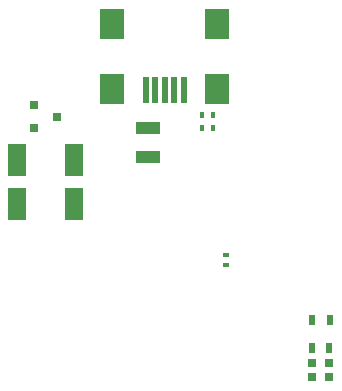
<source format=gbp>
G04 #@! TF.FileFunction,Paste,Bot*
%FSLAX46Y46*%
G04 Gerber Fmt 4.6, Leading zero omitted, Abs format (unit mm)*
G04 Created by KiCad (PCBNEW 4.0.2+dfsg1-stable) date Mo 22 Aug 2016 02:39:07 CEST*
%MOMM*%
G01*
G04 APERTURE LIST*
%ADD10C,0.100000*%
%ADD11R,0.797560X0.797560*%
%ADD12R,1.501140X2.700020*%
%ADD13R,0.800100X0.800100*%
%ADD14R,0.600000X0.400000*%
%ADD15R,0.500380X2.301240*%
%ADD16R,1.998980X2.499360*%
%ADD17R,0.400000X0.600000*%
%ADD18R,2.029460X1.140460*%
%ADD19R,0.500000X0.900000*%
G04 APERTURE END LIST*
D10*
D11*
X76049300Y-122350000D03*
X74550700Y-122350000D03*
D12*
X54400000Y-105200000D03*
X49599400Y-105200000D03*
D13*
X50999240Y-102450000D03*
X50999240Y-100550000D03*
X52998220Y-101500000D03*
D14*
X67300000Y-113200000D03*
X67300000Y-114100000D03*
D15*
X60499800Y-99249320D03*
X61299900Y-99249320D03*
X62100000Y-99249320D03*
X62900100Y-99249320D03*
X63700200Y-99249320D03*
D16*
X57649920Y-99150260D03*
X57649920Y-93651160D03*
X66550080Y-99150260D03*
X66550080Y-93651160D03*
D12*
X49599700Y-108900000D03*
X54400300Y-108900000D03*
D17*
X66200000Y-101400000D03*
X65300000Y-101400000D03*
D18*
X60700000Y-104903960D03*
X60700000Y-102496040D03*
D19*
X74550000Y-121100000D03*
X76050000Y-121100000D03*
D11*
X74551400Y-123550000D03*
X76050000Y-123550000D03*
D17*
X66200000Y-102500000D03*
X65300000Y-102500000D03*
D19*
X76100000Y-118700000D03*
X74600000Y-118700000D03*
M02*

</source>
